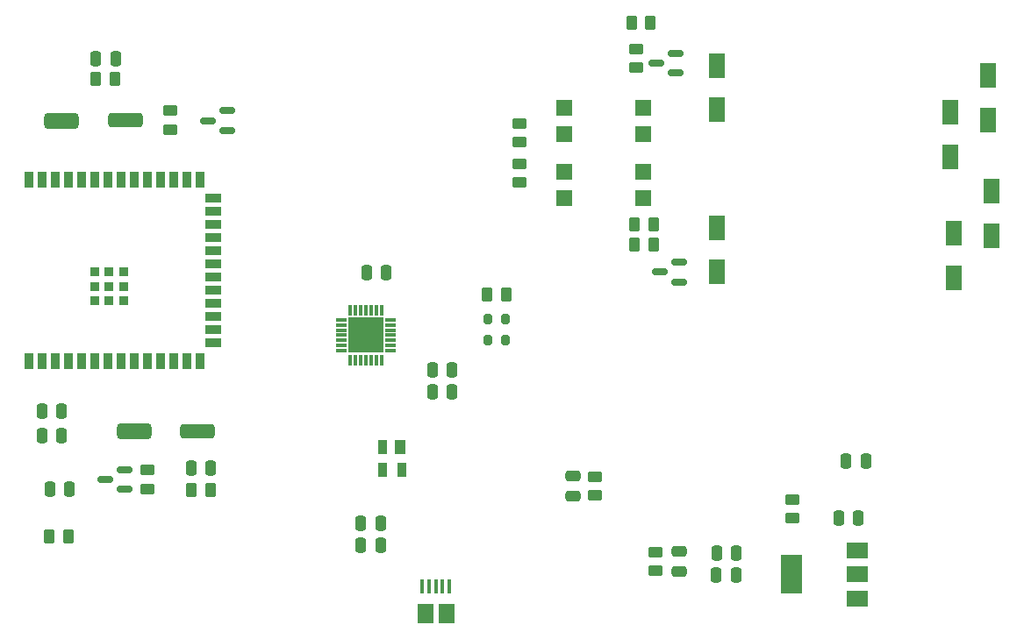
<source format=gbr>
%TF.GenerationSoftware,KiCad,Pcbnew,7.0.2*%
%TF.CreationDate,2024-06-27T10:52:01-03:00*%
%TF.ProjectId,Irrigation_IoT,49727269-6761-4746-996f-6e5f496f542e,rev?*%
%TF.SameCoordinates,Original*%
%TF.FileFunction,Paste,Top*%
%TF.FilePolarity,Positive*%
%FSLAX46Y46*%
G04 Gerber Fmt 4.6, Leading zero omitted, Abs format (unit mm)*
G04 Created by KiCad (PCBNEW 7.0.2) date 2024-06-27 10:52:01*
%MOMM*%
%LPD*%
G01*
G04 APERTURE LIST*
G04 Aperture macros list*
%AMRoundRect*
0 Rectangle with rounded corners*
0 $1 Rounding radius*
0 $2 $3 $4 $5 $6 $7 $8 $9 X,Y pos of 4 corners*
0 Add a 4 corners polygon primitive as box body*
4,1,4,$2,$3,$4,$5,$6,$7,$8,$9,$2,$3,0*
0 Add four circle primitives for the rounded corners*
1,1,$1+$1,$2,$3*
1,1,$1+$1,$4,$5*
1,1,$1+$1,$6,$7*
1,1,$1+$1,$8,$9*
0 Add four rect primitives between the rounded corners*
20,1,$1+$1,$2,$3,$4,$5,0*
20,1,$1+$1,$4,$5,$6,$7,0*
20,1,$1+$1,$6,$7,$8,$9,0*
20,1,$1+$1,$8,$9,$2,$3,0*%
G04 Aperture macros list end*
%ADD10RoundRect,0.250000X0.262500X0.450000X-0.262500X0.450000X-0.262500X-0.450000X0.262500X-0.450000X0*%
%ADD11RoundRect,0.250000X-0.475000X0.250000X-0.475000X-0.250000X0.475000X-0.250000X0.475000X0.250000X0*%
%ADD12RoundRect,0.200000X0.200000X0.275000X-0.200000X0.275000X-0.200000X-0.275000X0.200000X-0.275000X0*%
%ADD13R,1.100000X1.400000*%
%ADD14R,0.900000X1.400000*%
%ADD15RoundRect,0.250000X-0.250000X-0.475000X0.250000X-0.475000X0.250000X0.475000X-0.250000X0.475000X0*%
%ADD16R,2.000000X1.500000*%
%ADD17R,2.000000X3.800000*%
%ADD18RoundRect,0.250000X0.250000X0.475000X-0.250000X0.475000X-0.250000X-0.475000X0.250000X-0.475000X0*%
%ADD19R,0.400000X1.350000*%
%ADD20R,1.500000X1.900000*%
%ADD21R,1.550000X2.350000*%
%ADD22RoundRect,0.250000X-0.450000X0.262500X-0.450000X-0.262500X0.450000X-0.262500X0.450000X0.262500X0*%
%ADD23R,1.600000X1.600000*%
%ADD24RoundRect,0.250000X0.475000X-0.250000X0.475000X0.250000X-0.475000X0.250000X-0.475000X-0.250000X0*%
%ADD25RoundRect,0.250000X0.450000X-0.262500X0.450000X0.262500X-0.450000X0.262500X-0.450000X-0.262500X0*%
%ADD26RoundRect,0.378000X-1.301100X-0.378000X1.301100X-0.378000X1.301100X0.378000X-1.301100X0.378000X0*%
%ADD27RoundRect,0.352600X-1.321300X-0.352600X1.321300X-0.352600X1.321300X0.352600X-1.321300X0.352600X0*%
%ADD28RoundRect,0.250000X-0.262500X-0.450000X0.262500X-0.450000X0.262500X0.450000X-0.262500X0.450000X0*%
%ADD29RoundRect,0.150000X0.587500X0.150000X-0.587500X0.150000X-0.587500X-0.150000X0.587500X-0.150000X0*%
%ADD30R,0.900000X0.900000*%
%ADD31R,0.900000X1.500000*%
%ADD32R,1.500000X0.900000*%
%ADD33RoundRect,0.200000X-0.200000X-0.275000X0.200000X-0.275000X0.200000X0.275000X-0.200000X0.275000X0*%
%ADD34R,0.300000X1.000000*%
%ADD35R,1.000000X0.300000*%
%ADD36R,3.350000X3.350000*%
G04 APERTURE END LIST*
D10*
%TO.C,R9*%
X131692500Y-42250000D03*
X129867500Y-42250000D03*
%TD*%
D11*
%TO.C,C14*%
X134460000Y-93350000D03*
X134460000Y-95250000D03*
%TD*%
D12*
%TO.C,R3*%
X117655000Y-72910000D03*
X116005000Y-72910000D03*
%TD*%
D13*
%TO.C,D1*%
X107510000Y-83300000D03*
D14*
X105810000Y-83300000D03*
X105810000Y-85500000D03*
X107710000Y-85500000D03*
%TD*%
D15*
%TO.C,C16*%
X73732500Y-87290000D03*
X75632500Y-87290000D03*
%TD*%
D16*
%TO.C,U4*%
X151610000Y-97880000D03*
X151610000Y-95580000D03*
D17*
X145310000Y-95580000D03*
D16*
X151610000Y-93280000D03*
%TD*%
D18*
%TO.C,C11*%
X139960000Y-93480000D03*
X138060000Y-93480000D03*
%TD*%
D19*
%TO.C,J2*%
X109680000Y-96687500D03*
X110330000Y-96687500D03*
X110980000Y-96687500D03*
X111630000Y-96687500D03*
X112280000Y-96687500D03*
D20*
X109980000Y-99387500D03*
X111980000Y-99387500D03*
%TD*%
D15*
%TO.C,C7*%
X104290000Y-66410000D03*
X106190000Y-66410000D03*
%TD*%
D21*
%TO.C,D8*%
X164610000Y-62820000D03*
X164610000Y-58520000D03*
%TD*%
D22*
%TO.C,R1*%
X83170000Y-85477500D03*
X83170000Y-87302500D03*
%TD*%
D23*
%TO.C,U1*%
X123360000Y-50480000D03*
X123360000Y-53020000D03*
X130980000Y-53020000D03*
X130980000Y-50480000D03*
%TD*%
D22*
%TO.C,R10*%
X119050000Y-57712500D03*
X119050000Y-55887500D03*
%TD*%
%TO.C,R8*%
X130320000Y-44817500D03*
X130320000Y-46642500D03*
%TD*%
D18*
%TO.C,C17*%
X74862500Y-82130000D03*
X72962500Y-82130000D03*
%TD*%
D24*
%TO.C,C13*%
X124190000Y-88000000D03*
X124190000Y-86100000D03*
%TD*%
D25*
%TO.C,R2*%
X85370000Y-52602500D03*
X85370000Y-50777500D03*
%TD*%
D26*
%TO.C,EN1*%
X81871600Y-81756000D03*
D27*
X88018600Y-81705200D03*
%TD*%
D18*
%TO.C,C12*%
X89242500Y-85330000D03*
X87342500Y-85330000D03*
%TD*%
D28*
%TO.C,R13*%
X87380000Y-87400000D03*
X89205000Y-87400000D03*
%TD*%
D25*
%TO.C,R15*%
X132140000Y-95212500D03*
X132140000Y-93387500D03*
%TD*%
D18*
%TO.C,C2*%
X105640000Y-92710000D03*
X103740000Y-92710000D03*
%TD*%
D15*
%TO.C,C15*%
X78170000Y-45800000D03*
X80070000Y-45800000D03*
%TD*%
D29*
%TO.C,Q4*%
X134447500Y-67320000D03*
X134447500Y-65420000D03*
X132572500Y-66370000D03*
%TD*%
%TO.C,Q3*%
X134147500Y-47110000D03*
X134147500Y-45210000D03*
X132272500Y-46160000D03*
%TD*%
D18*
%TO.C,C8*%
X152470000Y-84580000D03*
X150570000Y-84580000D03*
%TD*%
D15*
%TO.C,C1*%
X110670000Y-75800000D03*
X112570000Y-75800000D03*
%TD*%
D18*
%TO.C,C10*%
X139940000Y-95590000D03*
X138040000Y-95590000D03*
%TD*%
D26*
%TO.C,IO0*%
X74879100Y-51766000D03*
D27*
X81026100Y-51715200D03*
%TD*%
D30*
%TO.C,IC1*%
X78050000Y-67730000D03*
X78050000Y-66330000D03*
X79450000Y-66330000D03*
X80850000Y-66330000D03*
X80850000Y-67730000D03*
X80850000Y-69130000D03*
X79450000Y-69130000D03*
X78050000Y-69130000D03*
X79450000Y-67730000D03*
D31*
X71730000Y-57480000D03*
X73000000Y-57480000D03*
X74270000Y-57480000D03*
X75540000Y-57480000D03*
X76810000Y-57480000D03*
X78080000Y-57480000D03*
X79350000Y-57480000D03*
X80620000Y-57480000D03*
X81890000Y-57480000D03*
X83160000Y-57480000D03*
X84430000Y-57480000D03*
X85700000Y-57480000D03*
X86970000Y-57480000D03*
X88240000Y-57480000D03*
D32*
X89490000Y-59245000D03*
X89490000Y-60515000D03*
X89490000Y-61785000D03*
X89490000Y-63055000D03*
X89490000Y-64325000D03*
X89490000Y-65595000D03*
X89490000Y-66865000D03*
X89490000Y-68135000D03*
X89490000Y-69405000D03*
X89490000Y-70675000D03*
X89490000Y-71945000D03*
X89490000Y-73215000D03*
D31*
X88240000Y-74980000D03*
X86970000Y-74980000D03*
X85700000Y-74980000D03*
X84430000Y-74980000D03*
X83160000Y-74980000D03*
X81890000Y-74980000D03*
X80620000Y-74980000D03*
X79350000Y-74980000D03*
X78080000Y-74980000D03*
X76810000Y-74980000D03*
X75540000Y-74980000D03*
X74270000Y-74980000D03*
X73000000Y-74980000D03*
X71730000Y-74980000D03*
%TD*%
D15*
%TO.C,C5*%
X110670000Y-77920000D03*
X112570000Y-77920000D03*
%TD*%
D28*
%TO.C,R11*%
X130177500Y-63720000D03*
X132002500Y-63720000D03*
%TD*%
D22*
%TO.C,R7*%
X119020000Y-53832500D03*
X119020000Y-52007500D03*
%TD*%
D18*
%TO.C,C6*%
X74862500Y-79770000D03*
X72962500Y-79770000D03*
%TD*%
D21*
%TO.C,D9*%
X164220000Y-51700000D03*
X164220000Y-47400000D03*
%TD*%
%TO.C,D7*%
X160990000Y-62620000D03*
X160990000Y-66920000D03*
%TD*%
D25*
%TO.C,R6*%
X145350000Y-90152500D03*
X145350000Y-88327500D03*
%TD*%
D29*
%TO.C,Q1*%
X80952500Y-87350000D03*
X80952500Y-85450000D03*
X79077500Y-86400000D03*
%TD*%
D10*
%TO.C,R17*%
X75532500Y-91940000D03*
X73707500Y-91940000D03*
%TD*%
%TO.C,R12*%
X132002500Y-61800000D03*
X130177500Y-61800000D03*
%TD*%
D21*
%TO.C,D6*%
X138130000Y-62070000D03*
X138130000Y-66370000D03*
%TD*%
%TO.C,D5*%
X160660000Y-50950000D03*
X160660000Y-55250000D03*
%TD*%
D28*
%TO.C,R5*%
X115917500Y-68550000D03*
X117742500Y-68550000D03*
%TD*%
D22*
%TO.C,R14*%
X126310000Y-86137500D03*
X126310000Y-87962500D03*
%TD*%
D18*
%TO.C,C9*%
X151740000Y-90140000D03*
X149840000Y-90140000D03*
%TD*%
%TO.C,C3*%
X105640000Y-90620000D03*
X103740000Y-90620000D03*
%TD*%
D10*
%TO.C,R16*%
X78197500Y-47740000D03*
X80022500Y-47740000D03*
%TD*%
D21*
%TO.C,D4*%
X138110000Y-46400000D03*
X138110000Y-50700000D03*
%TD*%
D33*
%TO.C,R4*%
X116005000Y-70900000D03*
X117655000Y-70900000D03*
%TD*%
D34*
%TO.C,IC2*%
X102740000Y-74870000D03*
X103240000Y-74870000D03*
X103740000Y-74870000D03*
X104240000Y-74870000D03*
X104740000Y-74870000D03*
X105240000Y-74870000D03*
X105740000Y-74870000D03*
D35*
X106640000Y-73970000D03*
X106640000Y-73470000D03*
X106640000Y-72970000D03*
X106640000Y-72470000D03*
X106640000Y-71970000D03*
X106640000Y-71470000D03*
X106640000Y-70970000D03*
D34*
X105740000Y-70070000D03*
X105240000Y-70070000D03*
X104740000Y-70070000D03*
X104240000Y-70070000D03*
X103740000Y-70070000D03*
X103240000Y-70070000D03*
X102740000Y-70070000D03*
D35*
X101840000Y-70970000D03*
X101840000Y-71470000D03*
X101840000Y-71970000D03*
X101840000Y-72470000D03*
X101840000Y-72970000D03*
X101840000Y-73470000D03*
X101840000Y-73970000D03*
D36*
X104240000Y-72470000D03*
%TD*%
D29*
%TO.C,Q2*%
X90867500Y-52690000D03*
X90867500Y-50790000D03*
X88992500Y-51740000D03*
%TD*%
D23*
%TO.C,U5*%
X123360000Y-56690000D03*
X123360000Y-59230000D03*
X130980000Y-59230000D03*
X130980000Y-56690000D03*
%TD*%
M02*

</source>
